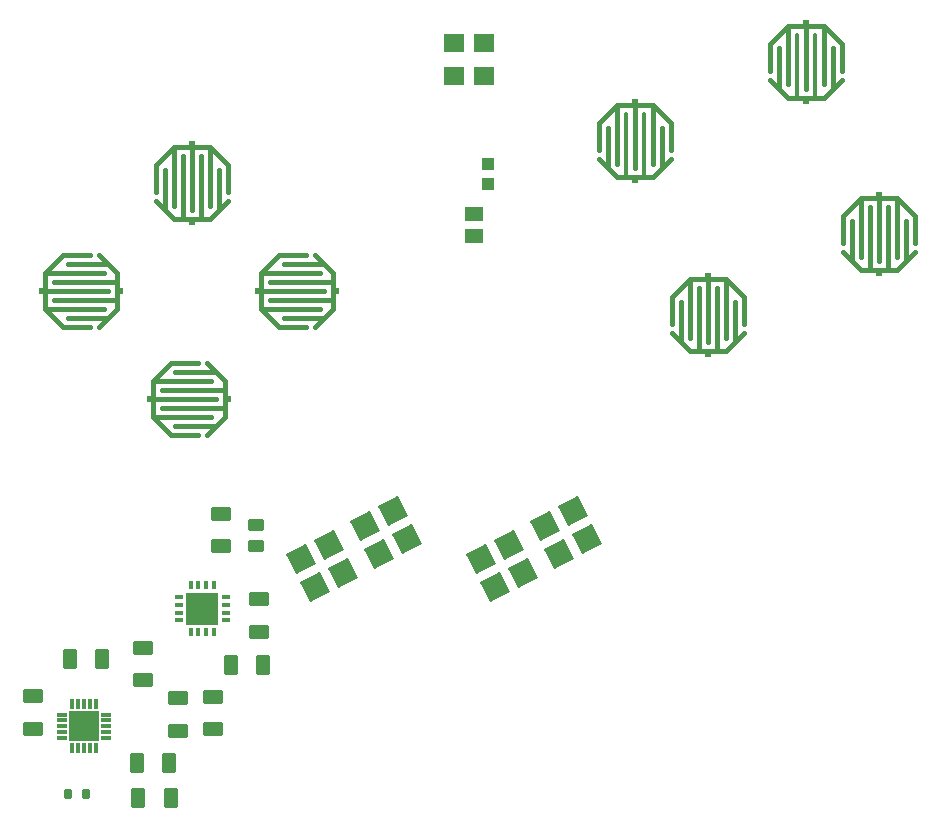
<source format=gtp>
G04 Layer_Color=8421504*
%FSLAX44Y44*%
%MOMM*%
G71*
G01*
G75*
%ADD10R,0.6000X0.6000*%
G04:AMPARAMS|DCode=11|XSize=1.75mm|YSize=1.25mm|CornerRadius=0.3125mm|HoleSize=0mm|Usage=FLASHONLY|Rotation=0.000|XOffset=0mm|YOffset=0mm|HoleType=Round|Shape=RoundedRectangle|*
%AMROUNDEDRECTD11*
21,1,1.7500,0.6250,0,0,0.0*
21,1,1.1250,1.2500,0,0,0.0*
1,1,0.6250,0.5625,-0.3125*
1,1,0.6250,-0.5625,-0.3125*
1,1,0.6250,-0.5625,0.3125*
1,1,0.6250,0.5625,0.3125*
%
%ADD11ROUNDEDRECTD11*%
G04:AMPARAMS|DCode=12|XSize=1.75mm|YSize=1.25mm|CornerRadius=0.3125mm|HoleSize=0mm|Usage=FLASHONLY|Rotation=270.000|XOffset=0mm|YOffset=0mm|HoleType=Round|Shape=RoundedRectangle|*
%AMROUNDEDRECTD12*
21,1,1.7500,0.6250,0,0,270.0*
21,1,1.1250,1.2500,0,0,270.0*
1,1,0.6250,-0.3125,-0.5625*
1,1,0.6250,-0.3125,0.5625*
1,1,0.6250,0.3125,0.5625*
1,1,0.6250,0.3125,-0.5625*
%
%ADD12ROUNDEDRECTD12*%
G04:AMPARAMS|DCode=13|XSize=1.4mm|YSize=1.1mm|CornerRadius=0.275mm|HoleSize=0mm|Usage=FLASHONLY|Rotation=0.000|XOffset=0mm|YOffset=0mm|HoleType=Round|Shape=RoundedRectangle|*
%AMROUNDEDRECTD13*
21,1,1.4000,0.5500,0,0,0.0*
21,1,0.8500,1.1000,0,0,0.0*
1,1,0.5500,0.4250,-0.2750*
1,1,0.5500,-0.4250,-0.2750*
1,1,0.5500,-0.4250,0.2750*
1,1,0.5500,0.4250,0.2750*
%
%ADD13ROUNDEDRECTD13*%
%ADD14R,1.0000X1.1001*%
%ADD15R,1.5001X1.3000*%
%ADD16R,0.6000X0.6000*%
%ADD17R,1.8001X1.5999*%
%ADD18P,2.6941X4X72.5*%
G04:AMPARAMS|DCode=19|XSize=0.6mm|YSize=0.9mm|CornerRadius=0.15mm|HoleSize=0mm|Usage=FLASHONLY|Rotation=0.000|XOffset=0mm|YOffset=0mm|HoleType=Round|Shape=RoundedRectangle|*
%AMROUNDEDRECTD19*
21,1,0.6000,0.6000,0,0,0.0*
21,1,0.3000,0.9000,0,0,0.0*
1,1,0.3000,0.1500,-0.3000*
1,1,0.3000,-0.1500,-0.3000*
1,1,0.3000,-0.1500,0.3000*
1,1,0.3000,0.1500,0.3000*
%
%ADD19ROUNDEDRECTD19*%
%ADD20R,2.8000X2.8000*%
%ADD21R,0.8000X0.3500*%
%ADD22R,0.3500X0.8000*%
%ADD23R,2.5000X2.5000*%
%ADD24R,0.8130X0.3050*%
%ADD25R,0.3050X0.8130*%
%ADD29C,0.3000*%
%ADD30C,0.4064*%
D10*
X985500Y540980D02*
D03*
Y607020D02*
D03*
X840750Y472480D02*
D03*
Y538520D02*
D03*
X403750Y584230D02*
D03*
Y650270D02*
D03*
X923250Y753020D02*
D03*
Y686980D02*
D03*
X778500Y685770D02*
D03*
Y619730D02*
D03*
D11*
X269500Y155250D02*
D03*
Y182750D02*
D03*
X428750Y310000D02*
D03*
Y337500D02*
D03*
X460750Y237500D02*
D03*
Y265000D02*
D03*
X362000Y223750D02*
D03*
Y196250D02*
D03*
X421250Y154750D02*
D03*
Y182250D02*
D03*
X391750Y153750D02*
D03*
Y181250D02*
D03*
D12*
X300250Y214500D02*
D03*
X327750D02*
D03*
X436500Y209750D02*
D03*
X464000D02*
D03*
X357250Y126000D02*
D03*
X384750D02*
D03*
X358250Y96500D02*
D03*
X385750D02*
D03*
D13*
X458250Y310500D02*
D03*
Y328000D02*
D03*
D14*
X654250Y633749D02*
D03*
Y616751D02*
D03*
D15*
X642750Y572250D02*
D03*
Y591250D02*
D03*
D16*
X434270Y434500D02*
D03*
X368230D02*
D03*
X343020Y525750D02*
D03*
X276980D02*
D03*
X525770Y526000D02*
D03*
X459730D02*
D03*
D17*
X651000Y707999D02*
D03*
Y736001D02*
D03*
X626000Y707999D02*
D03*
Y736001D02*
D03*
D18*
X573727Y339400D02*
D03*
X550070Y327085D02*
D03*
X726127Y339400D02*
D03*
X738442Y315743D02*
D03*
X562385Y303428D02*
D03*
X586042Y315743D02*
D03*
X519655Y311252D02*
D03*
X531970Y287595D02*
D03*
X508313Y275280D02*
D03*
X495998Y298937D02*
D03*
X648398D02*
D03*
X660713Y275280D02*
D03*
X684370Y287595D02*
D03*
X672055Y311252D02*
D03*
X702470Y327085D02*
D03*
X714785Y303428D02*
D03*
D19*
X298750Y100250D02*
D03*
X313750D02*
D03*
D20*
X412500Y257000D02*
D03*
D21*
X432500Y266750D02*
D03*
Y260250D02*
D03*
Y253750D02*
D03*
Y247250D02*
D03*
X392500D02*
D03*
Y253750D02*
D03*
Y260250D02*
D03*
Y266750D02*
D03*
D22*
X422250Y237000D02*
D03*
X415750D02*
D03*
X409250D02*
D03*
X402750D02*
D03*
Y277000D02*
D03*
X409250D02*
D03*
X415750D02*
D03*
X422250D02*
D03*
D23*
X312420Y157480D02*
D03*
D24*
X293620Y147570D02*
D03*
Y152400D02*
D03*
Y157480D02*
D03*
Y162560D02*
D03*
Y167390D02*
D03*
X331220Y167380D02*
D03*
Y162560D02*
D03*
Y157480D02*
D03*
Y152400D02*
D03*
Y147570D02*
D03*
D25*
X302510Y176280D02*
D03*
X307340D02*
D03*
X312420D02*
D03*
X317500D02*
D03*
X322330D02*
D03*
X322580Y138680D02*
D03*
X317500D02*
D03*
X312420D02*
D03*
X307340D02*
D03*
X302510D02*
D03*
D29*
X930870Y689520D02*
Y742860D01*
X915630Y689520D02*
Y742860D01*
X786120Y622270D02*
Y675610D01*
X770880Y622270D02*
Y675610D01*
D30*
X370770Y434500D02*
Y449740D01*
Y419260D02*
Y434500D01*
X388510Y598200D02*
Y647730D01*
X396130Y586770D02*
Y640110D01*
X380890Y594390D02*
Y628680D01*
X403750Y594390D02*
Y647730D01*
X373270Y609630D02*
Y632490D01*
X388510Y647730D01*
X396130Y586770D02*
X411370D01*
X340480Y518130D02*
Y533370D01*
X523230Y518380D02*
Y533620D01*
X481320Y548860D02*
X515610D01*
X462270Y526000D02*
X515610D01*
X462270Y541240D02*
X511800D01*
X477510Y556480D02*
X500370D01*
X462270Y541240D02*
X477510Y556480D01*
X523230Y533620D02*
Y541240D01*
X515610Y548860D02*
X523230Y541240D01*
X469890Y518380D02*
X523230D01*
X955020Y558760D02*
X962640Y551140D01*
X1008360D02*
X1015980Y558760D01*
X955020Y566380D02*
Y589240D01*
X970260Y604480D01*
X1015980Y566380D02*
Y589240D01*
X1000740Y604480D02*
X1015980Y589240D01*
X962640Y551140D02*
Y585430D01*
X970260Y554950D02*
Y604480D01*
X977880Y543520D02*
Y596860D01*
X985500Y551140D02*
Y604480D01*
X993120Y543520D02*
Y596860D01*
X1000740Y554950D02*
Y604480D01*
X1008360Y551140D02*
Y585430D01*
X985500Y604480D02*
X1000740D01*
X970260D02*
X985500D01*
X962640Y551140D02*
X970260Y543520D01*
X977880D01*
X993120D01*
X1000740D01*
X1008360Y551140D01*
X810270Y490260D02*
X817890Y482640D01*
X863610D02*
X871230Y490260D01*
X810270Y497880D02*
Y520740D01*
X825510Y535980D01*
X871230Y497880D02*
Y520740D01*
X855990Y535980D02*
X871230Y520740D01*
X817890Y482640D02*
Y516930D01*
X825510Y486450D02*
Y535980D01*
X833130Y475020D02*
Y528360D01*
X840750Y482640D02*
Y535980D01*
X848370Y475020D02*
Y528360D01*
X855990Y486450D02*
Y535980D01*
X863610Y482640D02*
Y516930D01*
X840750Y535980D02*
X855990D01*
X825510D02*
X840750D01*
X817890Y482640D02*
X825510Y475020D01*
X833130D01*
X848370D01*
X855990D01*
X863610Y482640D01*
X416490Y404020D02*
X424110Y411640D01*
X416490Y464980D02*
X424110Y457360D01*
X386010Y404020D02*
X408870D01*
X370770Y419260D02*
X386010Y404020D01*
Y464980D02*
X408870D01*
X370770Y449740D02*
X386010Y464980D01*
X389820Y411640D02*
X424110D01*
X370770Y419260D02*
X420300D01*
X378390Y426880D02*
X431730D01*
X370770Y434500D02*
X424110D01*
X378390Y442120D02*
X431730D01*
X370770Y449740D02*
X420300D01*
X389820Y457360D02*
X424110D01*
Y411640D02*
X431730Y419260D01*
Y426880D01*
Y442120D02*
Y449740D01*
X424110Y457360D02*
X431730Y449740D01*
X325240Y495270D02*
X332860Y502890D01*
X325240Y556230D02*
X332860Y548610D01*
X294760Y495270D02*
X317620D01*
X279520Y510510D02*
X294760Y495270D01*
Y556230D02*
X317620D01*
X279520Y540990D02*
X294760Y556230D01*
X298570Y502890D02*
X332860D01*
X279520Y510510D02*
X329050D01*
X287140Y518130D02*
X340480D01*
X279520Y525750D02*
X332860D01*
X287140Y533370D02*
X340480D01*
X279520Y540990D02*
X329050D01*
X298570Y548610D02*
X332860D01*
X279520Y525750D02*
Y540990D01*
Y510510D02*
Y525750D01*
X332860Y502890D02*
X340480Y510510D01*
Y518130D01*
Y533370D02*
Y540990D01*
X332860Y548610D02*
X340480Y540990D01*
X507990Y495520D02*
X515610Y503140D01*
X507990Y556480D02*
X515610Y548860D01*
X477510Y495520D02*
X500370D01*
X462270Y510760D02*
X477510Y495520D01*
X481320Y503140D02*
X515610D01*
X462270Y510760D02*
X511800D01*
X469890Y533620D02*
X523230D01*
X462270Y526000D02*
Y541240D01*
Y510760D02*
Y526000D01*
X515610Y503140D02*
X523230Y510760D01*
Y518380D01*
X373270Y602010D02*
X380890Y594390D01*
X426610D02*
X434230Y602010D01*
Y609630D02*
Y632490D01*
X418990Y647730D02*
X434230Y632490D01*
X411370Y586770D02*
Y640110D01*
X418990Y598200D02*
Y647730D01*
X426610Y594390D02*
Y628680D01*
X403750Y647730D02*
X418990D01*
X388510D02*
X403750D01*
X380890Y594390D02*
X388510Y586770D01*
X396130D01*
X411370D02*
X418990D01*
X426610Y594390D01*
X923250Y697140D02*
Y750480D01*
X915630Y689520D02*
X930870D01*
X938490D01*
X892770Y704760D02*
X900390Y697140D01*
X946110D02*
X953730Y704760D01*
X892770Y712380D02*
Y735240D01*
X908010Y750480D01*
X953730Y712380D02*
Y735240D01*
X938490Y750480D02*
X953730Y735240D01*
X900390Y697140D02*
Y731430D01*
X908010Y700950D02*
Y750480D01*
X938490Y700950D02*
Y750480D01*
X946110Y697140D02*
Y731430D01*
X923250Y750480D02*
X938490D01*
X908010D02*
X923250D01*
X900390Y697140D02*
X908010Y689520D01*
X938490D02*
X946110Y697140D01*
X908010Y689520D02*
X915630D01*
X778500Y629890D02*
Y683230D01*
X770880Y622270D02*
X786120D01*
X793740D01*
X748020Y637510D02*
X755640Y629890D01*
X801360D02*
X808980Y637510D01*
X748020Y645130D02*
Y667990D01*
X763260Y683230D01*
X808980Y645130D02*
Y667990D01*
X793740Y683230D02*
X808980Y667990D01*
X755640Y629890D02*
Y664180D01*
X763260Y633700D02*
Y683230D01*
X793740Y633700D02*
Y683230D01*
X801360Y629890D02*
Y664180D01*
X778500Y683230D02*
X793740D01*
X763260D02*
X778500D01*
X755640Y629890D02*
X763260Y622270D01*
X793740D02*
X801360Y629890D01*
X763260Y622270D02*
X770880D01*
X431730Y426880D02*
Y442120D01*
M02*

</source>
